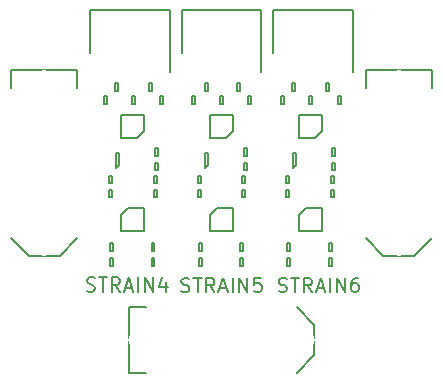
<source format=gto>
G04 #@! TF.FileFunction,Legend,Top*
%FSLAX46Y46*%
G04 Gerber Fmt 4.6, Leading zero omitted, Abs format (unit mm)*
G04 Created by KiCad (PCBNEW 4.0.2-4+6225~38~ubuntu14.04.1-stable) date Sun 08 May 2016 15:33:21 BST*
%MOMM*%
G01*
G04 APERTURE LIST*
%ADD10C,0.100000*%
%ADD11C,0.160000*%
%ADD12C,0.150000*%
%ADD13R,0.800000X0.800000*%
%ADD14O,0.800000X0.800000*%
%ADD15R,1.450000X0.450000*%
%ADD16R,0.950000X0.400000*%
%ADD17R,2.920000X0.740000*%
%ADD18C,1.200000*%
%ADD19R,0.740000X2.920000*%
%ADD20R,0.750000X0.900000*%
G04 APERTURE END LIST*
D10*
D11*
X104850000Y-110885714D02*
X105021429Y-110942857D01*
X105307143Y-110942857D01*
X105421429Y-110885714D01*
X105478572Y-110828571D01*
X105535715Y-110714286D01*
X105535715Y-110600000D01*
X105478572Y-110485714D01*
X105421429Y-110428571D01*
X105307143Y-110371429D01*
X105078572Y-110314286D01*
X104964286Y-110257143D01*
X104907143Y-110200000D01*
X104850000Y-110085714D01*
X104850000Y-109971429D01*
X104907143Y-109857143D01*
X104964286Y-109800000D01*
X105078572Y-109742857D01*
X105364286Y-109742857D01*
X105535715Y-109800000D01*
X105878572Y-109742857D02*
X106564286Y-109742857D01*
X106221429Y-110942857D02*
X106221429Y-109742857D01*
X107650001Y-110942857D02*
X107250001Y-110371429D01*
X106964286Y-110942857D02*
X106964286Y-109742857D01*
X107421429Y-109742857D01*
X107535715Y-109800000D01*
X107592858Y-109857143D01*
X107650001Y-109971429D01*
X107650001Y-110142857D01*
X107592858Y-110257143D01*
X107535715Y-110314286D01*
X107421429Y-110371429D01*
X106964286Y-110371429D01*
X108107143Y-110600000D02*
X108678572Y-110600000D01*
X107992858Y-110942857D02*
X108392858Y-109742857D01*
X108792858Y-110942857D01*
X109192857Y-110942857D02*
X109192857Y-109742857D01*
X109764286Y-110942857D02*
X109764286Y-109742857D01*
X110450001Y-110942857D01*
X110450001Y-109742857D01*
X111535715Y-109742857D02*
X111307144Y-109742857D01*
X111192858Y-109800000D01*
X111135715Y-109857143D01*
X111021429Y-110028571D01*
X110964286Y-110257143D01*
X110964286Y-110714286D01*
X111021429Y-110828571D01*
X111078572Y-110885714D01*
X111192858Y-110942857D01*
X111421429Y-110942857D01*
X111535715Y-110885714D01*
X111592858Y-110828571D01*
X111650001Y-110714286D01*
X111650001Y-110428571D01*
X111592858Y-110314286D01*
X111535715Y-110257143D01*
X111421429Y-110200000D01*
X111192858Y-110200000D01*
X111078572Y-110257143D01*
X111021429Y-110314286D01*
X110964286Y-110428571D01*
X96600000Y-110885714D02*
X96771429Y-110942857D01*
X97057143Y-110942857D01*
X97171429Y-110885714D01*
X97228572Y-110828571D01*
X97285715Y-110714286D01*
X97285715Y-110600000D01*
X97228572Y-110485714D01*
X97171429Y-110428571D01*
X97057143Y-110371429D01*
X96828572Y-110314286D01*
X96714286Y-110257143D01*
X96657143Y-110200000D01*
X96600000Y-110085714D01*
X96600000Y-109971429D01*
X96657143Y-109857143D01*
X96714286Y-109800000D01*
X96828572Y-109742857D01*
X97114286Y-109742857D01*
X97285715Y-109800000D01*
X97628572Y-109742857D02*
X98314286Y-109742857D01*
X97971429Y-110942857D02*
X97971429Y-109742857D01*
X99400001Y-110942857D02*
X99000001Y-110371429D01*
X98714286Y-110942857D02*
X98714286Y-109742857D01*
X99171429Y-109742857D01*
X99285715Y-109800000D01*
X99342858Y-109857143D01*
X99400001Y-109971429D01*
X99400001Y-110142857D01*
X99342858Y-110257143D01*
X99285715Y-110314286D01*
X99171429Y-110371429D01*
X98714286Y-110371429D01*
X99857143Y-110600000D02*
X100428572Y-110600000D01*
X99742858Y-110942857D02*
X100142858Y-109742857D01*
X100542858Y-110942857D01*
X100942857Y-110942857D02*
X100942857Y-109742857D01*
X101514286Y-110942857D02*
X101514286Y-109742857D01*
X102200001Y-110942857D01*
X102200001Y-109742857D01*
X103342858Y-109742857D02*
X102771429Y-109742857D01*
X102714286Y-110314286D01*
X102771429Y-110257143D01*
X102885715Y-110200000D01*
X103171429Y-110200000D01*
X103285715Y-110257143D01*
X103342858Y-110314286D01*
X103400001Y-110428571D01*
X103400001Y-110714286D01*
X103342858Y-110828571D01*
X103285715Y-110885714D01*
X103171429Y-110942857D01*
X102885715Y-110942857D01*
X102771429Y-110885714D01*
X102714286Y-110828571D01*
X88600000Y-110835714D02*
X88771429Y-110892857D01*
X89057143Y-110892857D01*
X89171429Y-110835714D01*
X89228572Y-110778571D01*
X89285715Y-110664286D01*
X89285715Y-110550000D01*
X89228572Y-110435714D01*
X89171429Y-110378571D01*
X89057143Y-110321429D01*
X88828572Y-110264286D01*
X88714286Y-110207143D01*
X88657143Y-110150000D01*
X88600000Y-110035714D01*
X88600000Y-109921429D01*
X88657143Y-109807143D01*
X88714286Y-109750000D01*
X88828572Y-109692857D01*
X89114286Y-109692857D01*
X89285715Y-109750000D01*
X89628572Y-109692857D02*
X90314286Y-109692857D01*
X89971429Y-110892857D02*
X89971429Y-109692857D01*
X91400001Y-110892857D02*
X91000001Y-110321429D01*
X90714286Y-110892857D02*
X90714286Y-109692857D01*
X91171429Y-109692857D01*
X91285715Y-109750000D01*
X91342858Y-109807143D01*
X91400001Y-109921429D01*
X91400001Y-110092857D01*
X91342858Y-110207143D01*
X91285715Y-110264286D01*
X91171429Y-110321429D01*
X90714286Y-110321429D01*
X91857143Y-110550000D02*
X92428572Y-110550000D01*
X91742858Y-110892857D02*
X92142858Y-109692857D01*
X92542858Y-110892857D01*
X92942857Y-110892857D02*
X92942857Y-109692857D01*
X93514286Y-110892857D02*
X93514286Y-109692857D01*
X94200001Y-110892857D01*
X94200001Y-109692857D01*
X95285715Y-110092857D02*
X95285715Y-110892857D01*
X95000001Y-109635714D02*
X94714286Y-110492857D01*
X95457144Y-110492857D01*
D12*
X111125000Y-92300000D02*
X111125000Y-87050000D01*
X111125000Y-87050000D02*
X104375000Y-87050000D01*
X104375000Y-87050000D02*
X104375000Y-90700000D01*
X103375000Y-92300000D02*
X103375000Y-87050000D01*
X103375000Y-87050000D02*
X96625000Y-87050000D01*
X96625000Y-87050000D02*
X96625000Y-90700000D01*
X95625000Y-92300000D02*
X95625000Y-87050000D01*
X95625000Y-87050000D02*
X88875000Y-87050000D01*
X88875000Y-87050000D02*
X88875000Y-90700000D01*
X107875000Y-97875000D02*
X106525000Y-97875000D01*
X106525000Y-97875000D02*
X106525000Y-95925000D01*
X106525000Y-95925000D02*
X108475000Y-95925000D01*
X108475000Y-95925000D02*
X108475000Y-97275000D01*
X108475000Y-97275000D02*
X107875000Y-97875000D01*
X106075000Y-100450000D02*
X106075000Y-100450000D01*
X106075000Y-100450000D02*
X106075000Y-99150000D01*
X106075000Y-99150000D02*
X106325000Y-99150000D01*
X106325000Y-99150000D02*
X106325000Y-100200000D01*
X106325000Y-100200000D02*
X106075000Y-100450000D01*
X92875000Y-97875000D02*
X91525000Y-97875000D01*
X91525000Y-97875000D02*
X91525000Y-95925000D01*
X91525000Y-95925000D02*
X93475000Y-95925000D01*
X93475000Y-95925000D02*
X93475000Y-97275000D01*
X93475000Y-97275000D02*
X92875000Y-97875000D01*
X91075000Y-100450000D02*
X91075000Y-100450000D01*
X91075000Y-100450000D02*
X91075000Y-99150000D01*
X91075000Y-99150000D02*
X91325000Y-99150000D01*
X91325000Y-99150000D02*
X91325000Y-100200000D01*
X91325000Y-100200000D02*
X91075000Y-100450000D01*
X92125000Y-103825000D02*
X93475000Y-103825000D01*
X93475000Y-103825000D02*
X93475000Y-105775000D01*
X93475000Y-105775000D02*
X91525000Y-105775000D01*
X91525000Y-105775000D02*
X91525000Y-104425000D01*
X91525000Y-104425000D02*
X92125000Y-103825000D01*
X100375000Y-97875000D02*
X99025000Y-97875000D01*
X99025000Y-97875000D02*
X99025000Y-95925000D01*
X99025000Y-95925000D02*
X100975000Y-95925000D01*
X100975000Y-95925000D02*
X100975000Y-97275000D01*
X100975000Y-97275000D02*
X100375000Y-97875000D01*
X98575000Y-100450000D02*
X98575000Y-100450000D01*
X98575000Y-100450000D02*
X98575000Y-99150000D01*
X98575000Y-99150000D02*
X98825000Y-99150000D01*
X98825000Y-99150000D02*
X98825000Y-100200000D01*
X98825000Y-100200000D02*
X98575000Y-100450000D01*
X99625000Y-103825000D02*
X100975000Y-103825000D01*
X100975000Y-103825000D02*
X100975000Y-105775000D01*
X100975000Y-105775000D02*
X99025000Y-105775000D01*
X99025000Y-105775000D02*
X99025000Y-104425000D01*
X99025000Y-104425000D02*
X99625000Y-103825000D01*
X107125000Y-103825000D02*
X108475000Y-103825000D01*
X108475000Y-103825000D02*
X108475000Y-105775000D01*
X108475000Y-105775000D02*
X106525000Y-105775000D01*
X106525000Y-105775000D02*
X106525000Y-104425000D01*
X106525000Y-104425000D02*
X107125000Y-103825000D01*
X87785000Y-93635000D02*
X87785000Y-92135000D01*
X87785000Y-92135000D02*
X82215000Y-92135000D01*
X82215000Y-92135000D02*
X82215000Y-93635000D01*
X82215000Y-106365000D02*
X83715000Y-107865000D01*
X83715000Y-107865000D02*
X86285000Y-107865000D01*
X86285000Y-107865000D02*
X87785000Y-106365000D01*
X117785000Y-93635000D02*
X117785000Y-92135000D01*
X117785000Y-92135000D02*
X112215000Y-92135000D01*
X112215000Y-92135000D02*
X112215000Y-93635000D01*
X112215000Y-106365000D02*
X113715000Y-107865000D01*
X113715000Y-107865000D02*
X116285000Y-107865000D01*
X116285000Y-107865000D02*
X117785000Y-106365000D01*
X93635000Y-112215000D02*
X92135000Y-112215000D01*
X92135000Y-112215000D02*
X92135000Y-117785000D01*
X92135000Y-117785000D02*
X93635000Y-117785000D01*
X106365000Y-117785000D02*
X107865000Y-116285000D01*
X107865000Y-116285000D02*
X107865000Y-113715000D01*
X107865000Y-113715000D02*
X106365000Y-112215000D01*
X101575000Y-108075000D02*
X101825000Y-108075000D01*
X101825000Y-108075000D02*
X101825000Y-108725000D01*
X101825000Y-108725000D02*
X101575000Y-108725000D01*
X101575000Y-108725000D02*
X101575000Y-108075000D01*
X98325000Y-107425000D02*
X98075000Y-107425000D01*
X98075000Y-107425000D02*
X98075000Y-106775000D01*
X98075000Y-106775000D02*
X98325000Y-106775000D01*
X98325000Y-106775000D02*
X98325000Y-107425000D01*
X98225000Y-102925000D02*
X97975000Y-102925000D01*
X97975000Y-102925000D02*
X97975000Y-102275000D01*
X97975000Y-102275000D02*
X98225000Y-102275000D01*
X98225000Y-102275000D02*
X98225000Y-102925000D01*
X101775000Y-101075000D02*
X102025000Y-101075000D01*
X102025000Y-101075000D02*
X102025000Y-101725000D01*
X102025000Y-101725000D02*
X101775000Y-101725000D01*
X101775000Y-101725000D02*
X101775000Y-101075000D01*
X102275000Y-94375000D02*
X102525000Y-94375000D01*
X102525000Y-94375000D02*
X102525000Y-95025000D01*
X102525000Y-95025000D02*
X102275000Y-95025000D01*
X102275000Y-95025000D02*
X102275000Y-94375000D01*
X99900000Y-94375000D02*
X100150000Y-94375000D01*
X100150000Y-94375000D02*
X100150000Y-95025000D01*
X100150000Y-95025000D02*
X99900000Y-95025000D01*
X99900000Y-95025000D02*
X99900000Y-94375000D01*
X97525000Y-94375000D02*
X97775000Y-94375000D01*
X97775000Y-94375000D02*
X97775000Y-95025000D01*
X97775000Y-95025000D02*
X97525000Y-95025000D01*
X97525000Y-95025000D02*
X97525000Y-94375000D01*
X94075000Y-108075000D02*
X94325000Y-108075000D01*
X94325000Y-108075000D02*
X94325000Y-108725000D01*
X94325000Y-108725000D02*
X94075000Y-108725000D01*
X94075000Y-108725000D02*
X94075000Y-108075000D01*
X109075000Y-108075000D02*
X109325000Y-108075000D01*
X109325000Y-108075000D02*
X109325000Y-108725000D01*
X109325000Y-108725000D02*
X109075000Y-108725000D01*
X109075000Y-108725000D02*
X109075000Y-108075000D01*
X90825000Y-107425000D02*
X90575000Y-107425000D01*
X90575000Y-107425000D02*
X90575000Y-106775000D01*
X90575000Y-106775000D02*
X90825000Y-106775000D01*
X90825000Y-106775000D02*
X90825000Y-107425000D01*
X105825000Y-107425000D02*
X105575000Y-107425000D01*
X105575000Y-107425000D02*
X105575000Y-106775000D01*
X105575000Y-106775000D02*
X105825000Y-106775000D01*
X105825000Y-106775000D02*
X105825000Y-107425000D01*
X90725000Y-102925000D02*
X90475000Y-102925000D01*
X90475000Y-102925000D02*
X90475000Y-102275000D01*
X90475000Y-102275000D02*
X90725000Y-102275000D01*
X90725000Y-102275000D02*
X90725000Y-102925000D01*
X105725000Y-102925000D02*
X105475000Y-102925000D01*
X105475000Y-102925000D02*
X105475000Y-102275000D01*
X105475000Y-102275000D02*
X105725000Y-102275000D01*
X105725000Y-102275000D02*
X105725000Y-102925000D01*
X94275000Y-101075000D02*
X94525000Y-101075000D01*
X94525000Y-101075000D02*
X94525000Y-101725000D01*
X94525000Y-101725000D02*
X94275000Y-101725000D01*
X94275000Y-101725000D02*
X94275000Y-101075000D01*
X109275000Y-101075000D02*
X109525000Y-101075000D01*
X109525000Y-101075000D02*
X109525000Y-101725000D01*
X109525000Y-101725000D02*
X109275000Y-101725000D01*
X109275000Y-101725000D02*
X109275000Y-101075000D01*
X94775000Y-94375000D02*
X95025000Y-94375000D01*
X95025000Y-94375000D02*
X95025000Y-95025000D01*
X95025000Y-95025000D02*
X94775000Y-95025000D01*
X94775000Y-95025000D02*
X94775000Y-94375000D01*
X92400000Y-94375000D02*
X92650000Y-94375000D01*
X92650000Y-94375000D02*
X92650000Y-95025000D01*
X92650000Y-95025000D02*
X92400000Y-95025000D01*
X92400000Y-95025000D02*
X92400000Y-94375000D01*
X90025000Y-94375000D02*
X90275000Y-94375000D01*
X90275000Y-94375000D02*
X90275000Y-95025000D01*
X90275000Y-95025000D02*
X90025000Y-95025000D01*
X90025000Y-95025000D02*
X90025000Y-94375000D01*
X109875000Y-94375000D02*
X110125000Y-94375000D01*
X110125000Y-94375000D02*
X110125000Y-95025000D01*
X110125000Y-95025000D02*
X109875000Y-95025000D01*
X109875000Y-95025000D02*
X109875000Y-94375000D01*
X107400000Y-94375000D02*
X107650000Y-94375000D01*
X107650000Y-94375000D02*
X107650000Y-95025000D01*
X107650000Y-95025000D02*
X107400000Y-95025000D01*
X107400000Y-95025000D02*
X107400000Y-94375000D01*
X105025000Y-94375000D02*
X105275000Y-94375000D01*
X105275000Y-94375000D02*
X105275000Y-95025000D01*
X105275000Y-95025000D02*
X105025000Y-95025000D01*
X105025000Y-95025000D02*
X105025000Y-94375000D01*
X101825000Y-107425000D02*
X101575000Y-107425000D01*
X101575000Y-107425000D02*
X101575000Y-106775000D01*
X101575000Y-106775000D02*
X101825000Y-106775000D01*
X101825000Y-106775000D02*
X101825000Y-107425000D01*
X98075000Y-108075000D02*
X98325000Y-108075000D01*
X98325000Y-108075000D02*
X98325000Y-108725000D01*
X98325000Y-108725000D02*
X98075000Y-108725000D01*
X98075000Y-108725000D02*
X98075000Y-108075000D01*
X101775000Y-102275000D02*
X102025000Y-102275000D01*
X102025000Y-102275000D02*
X102025000Y-102925000D01*
X102025000Y-102925000D02*
X101775000Y-102925000D01*
X101775000Y-102925000D02*
X101775000Y-102275000D01*
X98225000Y-101725000D02*
X97975000Y-101725000D01*
X97975000Y-101725000D02*
X97975000Y-101075000D01*
X97975000Y-101075000D02*
X98225000Y-101075000D01*
X98225000Y-101075000D02*
X98225000Y-101725000D01*
X102125000Y-100625000D02*
X101875000Y-100625000D01*
X101875000Y-100625000D02*
X101875000Y-99975000D01*
X101875000Y-99975000D02*
X102125000Y-99975000D01*
X102125000Y-99975000D02*
X102125000Y-100625000D01*
X101875000Y-98775000D02*
X102125000Y-98775000D01*
X102125000Y-98775000D02*
X102125000Y-99425000D01*
X102125000Y-99425000D02*
X101875000Y-99425000D01*
X101875000Y-99425000D02*
X101875000Y-98775000D01*
X101575000Y-93925000D02*
X101325000Y-93925000D01*
X101325000Y-93925000D02*
X101325000Y-93275000D01*
X101325000Y-93275000D02*
X101575000Y-93275000D01*
X101575000Y-93275000D02*
X101575000Y-93925000D01*
X98575000Y-93275000D02*
X98825000Y-93275000D01*
X98825000Y-93275000D02*
X98825000Y-93925000D01*
X98825000Y-93925000D02*
X98575000Y-93925000D01*
X98575000Y-93925000D02*
X98575000Y-93275000D01*
X94325000Y-107425000D02*
X94075000Y-107425000D01*
X94075000Y-107425000D02*
X94075000Y-106775000D01*
X94075000Y-106775000D02*
X94325000Y-106775000D01*
X94325000Y-106775000D02*
X94325000Y-107425000D01*
X109325000Y-107425000D02*
X109075000Y-107425000D01*
X109075000Y-107425000D02*
X109075000Y-106775000D01*
X109075000Y-106775000D02*
X109325000Y-106775000D01*
X109325000Y-106775000D02*
X109325000Y-107425000D01*
X90575000Y-108075000D02*
X90825000Y-108075000D01*
X90825000Y-108075000D02*
X90825000Y-108725000D01*
X90825000Y-108725000D02*
X90575000Y-108725000D01*
X90575000Y-108725000D02*
X90575000Y-108075000D01*
X105575000Y-108075000D02*
X105825000Y-108075000D01*
X105825000Y-108075000D02*
X105825000Y-108725000D01*
X105825000Y-108725000D02*
X105575000Y-108725000D01*
X105575000Y-108725000D02*
X105575000Y-108075000D01*
X94275000Y-102275000D02*
X94525000Y-102275000D01*
X94525000Y-102275000D02*
X94525000Y-102925000D01*
X94525000Y-102925000D02*
X94275000Y-102925000D01*
X94275000Y-102925000D02*
X94275000Y-102275000D01*
X109275000Y-102275000D02*
X109525000Y-102275000D01*
X109525000Y-102275000D02*
X109525000Y-102925000D01*
X109525000Y-102925000D02*
X109275000Y-102925000D01*
X109275000Y-102925000D02*
X109275000Y-102275000D01*
X90725000Y-101725000D02*
X90475000Y-101725000D01*
X90475000Y-101725000D02*
X90475000Y-101075000D01*
X90475000Y-101075000D02*
X90725000Y-101075000D01*
X90725000Y-101075000D02*
X90725000Y-101725000D01*
X105725000Y-101725000D02*
X105475000Y-101725000D01*
X105475000Y-101725000D02*
X105475000Y-101075000D01*
X105475000Y-101075000D02*
X105725000Y-101075000D01*
X105725000Y-101075000D02*
X105725000Y-101725000D01*
X94625000Y-100625000D02*
X94375000Y-100625000D01*
X94375000Y-100625000D02*
X94375000Y-99975000D01*
X94375000Y-99975000D02*
X94625000Y-99975000D01*
X94625000Y-99975000D02*
X94625000Y-100625000D01*
X94375000Y-98775000D02*
X94625000Y-98775000D01*
X94625000Y-98775000D02*
X94625000Y-99425000D01*
X94625000Y-99425000D02*
X94375000Y-99425000D01*
X94375000Y-99425000D02*
X94375000Y-98775000D01*
X109625000Y-100625000D02*
X109375000Y-100625000D01*
X109375000Y-100625000D02*
X109375000Y-99975000D01*
X109375000Y-99975000D02*
X109625000Y-99975000D01*
X109625000Y-99975000D02*
X109625000Y-100625000D01*
X109375000Y-98775000D02*
X109625000Y-98775000D01*
X109625000Y-98775000D02*
X109625000Y-99425000D01*
X109625000Y-99425000D02*
X109375000Y-99425000D01*
X109375000Y-99425000D02*
X109375000Y-98775000D01*
X94075000Y-93925000D02*
X93825000Y-93925000D01*
X93825000Y-93925000D02*
X93825000Y-93275000D01*
X93825000Y-93275000D02*
X94075000Y-93275000D01*
X94075000Y-93275000D02*
X94075000Y-93925000D01*
X90975000Y-93275000D02*
X91225000Y-93275000D01*
X91225000Y-93275000D02*
X91225000Y-93925000D01*
X91225000Y-93925000D02*
X90975000Y-93925000D01*
X90975000Y-93925000D02*
X90975000Y-93275000D01*
X109075000Y-93925000D02*
X108825000Y-93925000D01*
X108825000Y-93925000D02*
X108825000Y-93275000D01*
X108825000Y-93275000D02*
X109075000Y-93275000D01*
X109075000Y-93275000D02*
X109075000Y-93925000D01*
X105975000Y-93275000D02*
X106225000Y-93275000D01*
X106225000Y-93275000D02*
X106225000Y-93925000D01*
X106225000Y-93925000D02*
X105975000Y-93925000D01*
X105975000Y-93925000D02*
X105975000Y-93275000D01*
%LPC*%
D13*
X109625000Y-91500000D03*
D14*
X108375000Y-91500000D03*
X107125000Y-91500000D03*
X105875000Y-91500000D03*
D13*
X101875000Y-91500000D03*
D14*
X100625000Y-91500000D03*
X99375000Y-91500000D03*
X98125000Y-91500000D03*
D13*
X94125000Y-91500000D03*
D14*
X92875000Y-91500000D03*
X91625000Y-91500000D03*
X90375000Y-91500000D03*
D15*
X109700000Y-97875000D03*
X109700000Y-97225000D03*
X109700000Y-96575000D03*
X109700000Y-95925000D03*
X105300000Y-95925000D03*
X105300000Y-96575000D03*
X105300000Y-97225000D03*
X105300000Y-97875000D03*
D16*
X107300000Y-100450000D03*
X107300000Y-99800000D03*
X107300000Y-99150000D03*
X105100000Y-99150000D03*
X105100000Y-100450000D03*
D15*
X94700000Y-97875000D03*
X94700000Y-97225000D03*
X94700000Y-96575000D03*
X94700000Y-95925000D03*
X90300000Y-95925000D03*
X90300000Y-96575000D03*
X90300000Y-97225000D03*
X90300000Y-97875000D03*
D16*
X92300000Y-100450000D03*
X92300000Y-99800000D03*
X92300000Y-99150000D03*
X90100000Y-99150000D03*
X90100000Y-100450000D03*
D15*
X90300000Y-103825000D03*
X90300000Y-104475000D03*
X90300000Y-105125000D03*
X90300000Y-105775000D03*
X94700000Y-105775000D03*
X94700000Y-105125000D03*
X94700000Y-104475000D03*
X94700000Y-103825000D03*
X102200000Y-97875000D03*
X102200000Y-97225000D03*
X102200000Y-96575000D03*
X102200000Y-95925000D03*
X97800000Y-95925000D03*
X97800000Y-96575000D03*
X97800000Y-97225000D03*
X97800000Y-97875000D03*
D16*
X99800000Y-100450000D03*
X99800000Y-99800000D03*
X99800000Y-99150000D03*
X97600000Y-99150000D03*
X97600000Y-100450000D03*
D15*
X97800000Y-103825000D03*
X97800000Y-104475000D03*
X97800000Y-105125000D03*
X97800000Y-105775000D03*
X102200000Y-105775000D03*
X102200000Y-105125000D03*
X102200000Y-104475000D03*
X102200000Y-103825000D03*
X105300000Y-103825000D03*
X105300000Y-104475000D03*
X105300000Y-105125000D03*
X105300000Y-105775000D03*
X109700000Y-105775000D03*
X109700000Y-105125000D03*
X109700000Y-104475000D03*
X109700000Y-103825000D03*
D17*
X83285000Y-94285000D03*
X86715000Y-94285000D03*
X83285000Y-95555000D03*
X86715000Y-95555000D03*
X83285000Y-96825000D03*
X86715000Y-96825000D03*
X83285000Y-98095000D03*
X86715000Y-98095000D03*
X83285000Y-99365000D03*
X86715000Y-99365000D03*
X83285000Y-100635000D03*
X86715000Y-100635000D03*
X83285000Y-101905000D03*
X86715000Y-101905000D03*
X83285000Y-103175000D03*
X86715000Y-103175000D03*
X83285000Y-104445000D03*
X86715000Y-104445000D03*
X83285000Y-105715000D03*
X86715000Y-105715000D03*
X113285000Y-94285000D03*
X116715000Y-94285000D03*
X113285000Y-95555000D03*
X116715000Y-95555000D03*
X113285000Y-96825000D03*
X116715000Y-96825000D03*
X113285000Y-98095000D03*
X116715000Y-98095000D03*
X113285000Y-99365000D03*
X116715000Y-99365000D03*
X113285000Y-100635000D03*
X116715000Y-100635000D03*
X113285000Y-101905000D03*
X116715000Y-101905000D03*
X113285000Y-103175000D03*
X116715000Y-103175000D03*
X113285000Y-104445000D03*
X116715000Y-104445000D03*
X113285000Y-105715000D03*
X116715000Y-105715000D03*
D18*
X85000000Y-107305000D03*
X85000000Y-92695000D03*
X115000000Y-107305000D03*
X115000000Y-92695000D03*
D19*
X94285000Y-116715000D03*
X94285000Y-113285000D03*
X95555000Y-116715000D03*
X95555000Y-113285000D03*
X96825000Y-116715000D03*
X96825000Y-113285000D03*
X98095000Y-116715000D03*
X98095000Y-113285000D03*
X99365000Y-116715000D03*
X99365000Y-113285000D03*
X100635000Y-116715000D03*
X100635000Y-113285000D03*
X101905000Y-116715000D03*
X101905000Y-113285000D03*
X103175000Y-116715000D03*
X103175000Y-113285000D03*
X104445000Y-116715000D03*
X104445000Y-113285000D03*
X105715000Y-116715000D03*
X105715000Y-113285000D03*
D18*
X107305000Y-115000000D03*
X92695000Y-115000000D03*
D20*
X101000000Y-108400000D03*
X102400000Y-108400000D03*
X98900000Y-107100000D03*
X97500000Y-107100000D03*
X98800000Y-102600000D03*
X97400000Y-102600000D03*
X101200000Y-101400000D03*
X102600000Y-101400000D03*
X101700000Y-94700000D03*
X103100000Y-94700000D03*
X99325000Y-94700000D03*
X100725000Y-94700000D03*
X96950000Y-94700000D03*
X98350000Y-94700000D03*
X93500000Y-108400000D03*
X94900000Y-108400000D03*
X108500000Y-108400000D03*
X109900000Y-108400000D03*
X91400000Y-107100000D03*
X90000000Y-107100000D03*
X106400000Y-107100000D03*
X105000000Y-107100000D03*
X91300000Y-102600000D03*
X89900000Y-102600000D03*
X106300000Y-102600000D03*
X104900000Y-102600000D03*
X93700000Y-101400000D03*
X95100000Y-101400000D03*
X108700000Y-101400000D03*
X110100000Y-101400000D03*
X94200000Y-94700000D03*
X95600000Y-94700000D03*
X91825000Y-94700000D03*
X93225000Y-94700000D03*
X89450000Y-94700000D03*
X90850000Y-94700000D03*
X109300000Y-94700000D03*
X110700000Y-94700000D03*
X106825000Y-94700000D03*
X108225000Y-94700000D03*
X104450000Y-94700000D03*
X105850000Y-94700000D03*
X102400000Y-107100000D03*
X101000000Y-107100000D03*
X97500000Y-108400000D03*
X98900000Y-108400000D03*
X101200000Y-102600000D03*
X102600000Y-102600000D03*
X98800000Y-101400000D03*
X97400000Y-101400000D03*
X102700000Y-100300000D03*
X101300000Y-100300000D03*
X101300000Y-99100000D03*
X102700000Y-99100000D03*
X102150000Y-93600000D03*
X100750000Y-93600000D03*
X98000000Y-93600000D03*
X99400000Y-93600000D03*
X94900000Y-107100000D03*
X93500000Y-107100000D03*
X109900000Y-107100000D03*
X108500000Y-107100000D03*
X90000000Y-108400000D03*
X91400000Y-108400000D03*
X105000000Y-108400000D03*
X106400000Y-108400000D03*
X93700000Y-102600000D03*
X95100000Y-102600000D03*
X108700000Y-102600000D03*
X110100000Y-102600000D03*
X91300000Y-101400000D03*
X89900000Y-101400000D03*
X106300000Y-101400000D03*
X104900000Y-101400000D03*
X95200000Y-100300000D03*
X93800000Y-100300000D03*
X93800000Y-99100000D03*
X95200000Y-99100000D03*
X110200000Y-100300000D03*
X108800000Y-100300000D03*
X108800000Y-99100000D03*
X110200000Y-99100000D03*
X94650000Y-93600000D03*
X93250000Y-93600000D03*
X90400000Y-93600000D03*
X91800000Y-93600000D03*
X109650000Y-93600000D03*
X108250000Y-93600000D03*
X105400000Y-93600000D03*
X106800000Y-93600000D03*
M02*

</source>
